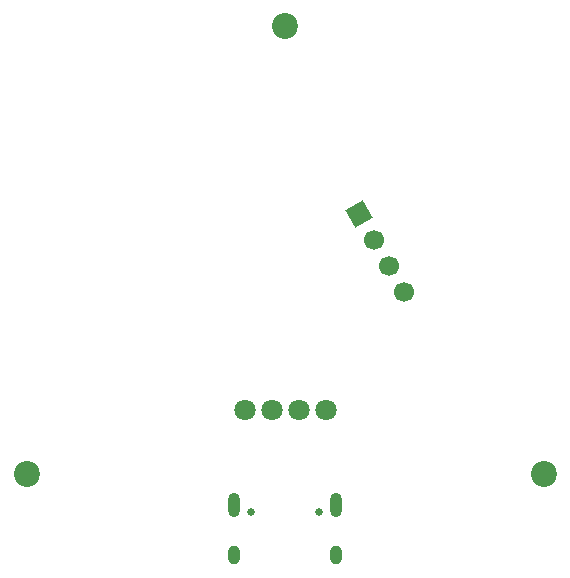
<source format=gbr>
%TF.GenerationSoftware,KiCad,Pcbnew,8.0.2*%
%TF.CreationDate,2024-05-19T19:48:28-04:00*%
%TF.ProjectId,BaseStation,42617365-5374-4617-9469-6f6e2e6b6963,rev?*%
%TF.SameCoordinates,Original*%
%TF.FileFunction,Soldermask,Bot*%
%TF.FilePolarity,Negative*%
%FSLAX46Y46*%
G04 Gerber Fmt 4.6, Leading zero omitted, Abs format (unit mm)*
G04 Created by KiCad (PCBNEW 8.0.2) date 2024-05-19 19:48:28*
%MOMM*%
%LPD*%
G01*
G04 APERTURE LIST*
G04 Aperture macros list*
%AMHorizOval*
0 Thick line with rounded ends*
0 $1 width*
0 $2 $3 position (X,Y) of the first rounded end (center of the circle)*
0 $4 $5 position (X,Y) of the second rounded end (center of the circle)*
0 Add line between two ends*
20,1,$1,$2,$3,$4,$5,0*
0 Add two circle primitives to create the rounded ends*
1,1,$1,$2,$3*
1,1,$1,$4,$5*%
%AMRotRect*
0 Rectangle, with rotation*
0 The origin of the aperture is its center*
0 $1 length*
0 $2 width*
0 $3 Rotation angle, in degrees counterclockwise*
0 Add horizontal line*
21,1,$1,$2,0,0,$3*%
G04 Aperture macros list end*
%ADD10C,1.800000*%
%ADD11C,2.200000*%
%ADD12C,0.650000*%
%ADD13O,1.000000X2.100000*%
%ADD14O,1.000000X1.600000*%
%ADD15RotRect,1.700000X1.700000X30.000000*%
%ADD16HorizOval,1.700000X0.000000X0.000000X0.000000X0.000000X0*%
G04 APERTURE END LIST*
D10*
%TO.C,J2*%
X79629000Y-87337219D03*
%TD*%
D11*
%TO.C,REF\u002A\u002A*%
X98104570Y-92803828D03*
%TD*%
D10*
%TO.C,J5*%
X72771000Y-87337219D03*
%TD*%
%TO.C,J4*%
X75057000Y-87337219D03*
%TD*%
D12*
%TO.C,J1*%
X73310000Y-95952000D03*
X79090000Y-95952000D03*
D13*
X71880000Y-95422000D03*
D14*
X71880000Y-99602000D03*
D13*
X80520000Y-95422000D03*
D14*
X80520000Y-99602000D03*
%TD*%
D11*
%TO.C,REF\u002A\u002A*%
X54295430Y-92803828D03*
%TD*%
%TO.C,REF\u002A\u002A*%
X76200000Y-54864000D03*
%TD*%
D10*
%TO.C,J3*%
X77343000Y-87337219D03*
%TD*%
D15*
%TO.C,J10*%
X82406861Y-70756397D03*
D16*
X83676861Y-72956102D03*
X84946861Y-75155806D03*
X86216861Y-77355511D03*
%TD*%
M02*

</source>
